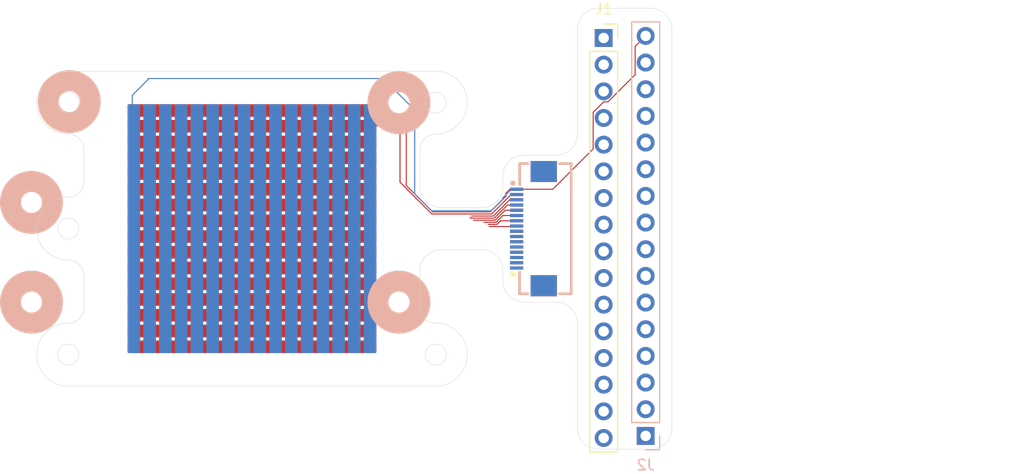
<source format=kicad_pcb>
(kicad_pcb (version 20240108) (generator "pcbnew") (generator_version "8.0")
  (layers (0 "F.Cu" signal "Front") (31 "B.Cu" signal "Back") (34 "B.Paste" user) (35 "F.Paste" user) (36 "B.SilkS" user "B.Silkscreen") (37 "F.SilkS" user "F.Silkscreen") (38 "B.Mask" user "B.Mask - ENIG") (39 "F.Mask" user "F.Mask - ENIG") (44 "Edge.Cuts" user))
  (net 0 "")
  (net 1 "/out4")
  (net 2 "/out6")
  (net 3 "/out14")
  (net 4 "/out9")
  (net 5 "/out12")
  (net 6 "/out10")
  (net 7 "/out5")
  (net 8 "/out7")
  (net 9 "/out15")
  (net 10 "/out11")
  (net 11 "/out2")
  (net 13 "/out1")
  (net 14 "/out0")
  (net 15 "/out8")
  (net 16 "/out13")
  (net 17 "/out3")
  (net 20 "/ain8")
  (net 21 "/ain4")
  (net 22 "/ain11")
  (net 23 "/ain14")
  (net 24 "/ain12")
  (net 25 "/ain6")
  (net 26 "/ain13")
  (net 27 "/ain10")
  (net 28 "/ain9")
  (net 29 "/ain0")
  (net 30 "/ain1")
  (net 31 "/ain2")
  (net 32 "/ain7")
  (net 33 "/ain5")
  (net 35 "/ain15")
  (net 36 "/ain3")
  (footprint "00_lcsc:FPC-SMD_16P-P0.50_FPC-05F-16PH20" (layer "F.Cu") (at 141.25 114.75 90)
    (property "Reference" "FPC2" (hide yes))
    (property "Value" "FPC-05F-16PH20" (hide yes))
    (fp_line (start 6.2 -1.02) (end 4.13 -1.02) (stroke (width 0.25)) (layer "F.SilkS"))
    (fp_line (start -6.2 -1) (end -4.14 -1) (stroke (width 0.25)) (layer "F.SilkS"))
    (fp_line (start 6.2 -0.19) (end 6.2 -1.02) (stroke (width 0.25)) (layer "F.SilkS"))
    (fp_line (start -6.2 -0.19) (end -6.2 -1) (stroke (width 0.25)) (layer "F.SilkS"))
    (fp_line (start 6.200001 3.91) (end 6.2 2.77) (stroke (width 0.25)) (layer "F.SilkS"))
    (fp_line (start -6.200001 3.91) (end -6.2 2.77) (stroke (width 0.25)) (layer "F.SilkS"))
    (fp_line (start -6.200001 3.91) (end 6.200001 3.91) (stroke (width 0.25)) (layer "F.SilkS"))
    (fp_circle (center -4.33 -1.65) (end -4.2 -1.65) (stroke (width 0.25)) (fill none) (layer "F.SilkS"))
    (pad "1" smd rect (at -3.75 -1.29 90) (size 0.3 1.25) (layers "F.Cu" "F.Paste" "F.Mask") (net 29 "/ain0"))
    (pad "2" smd rect (at -3.25 -1.29 90) (size 0.3 1.25) (layers "F.Cu" "F.Paste" "F.Mask") (net 30 "/ain1"))
    (pad "3" smd rect (at -2.75 -1.29 90) (size 0.3 1.25) (layers "F.Cu" "F.Paste" "F.Mask") (net 31 "/ain2"))
    (pad "4" smd rect (at -2.25 -1.29 90) (size 0.3 1.25) (layers "F.Cu" "F.Paste" "F.Mask") (net 36 "/ain3"))
    (pad "5" smd rect (at -1.75 -1.29 90) (size 0.3 1.25) (layers "F.Cu" "F.Paste" "F.Mask") (net 21 "/ain4"))
    (pad "6" smd rect (at -1.25 -1.29 90) (size 0.3 1.25) (layers "F.Cu" "F.Paste" "F.Mask") (net 33 "/ain5"))
    (pad "7" smd rect (at -0.75 -1.29 90) (size 0.3 1.25) (layers "F.Cu" "F.Paste" "F.Mask") (net 25 "/ain6"))
    (pad "8" smd rect (at -0.25 -1.29 90) (size 0.3 1.25) (layers "F.Cu" "F.Paste" "F.Mask") (net 32 "/ain7"))
    (pad "9" smd rect (at 0.25 -1.29 90) (size 0.3 1.25) (layers "F.Cu" "F.Paste" "F.Mask") (net 20 "/ain8"))
    (pad "10" smd rect (at 0.75 -1.29 90) (size 0.3 1.25) (layers "F.Cu" "F.Paste" "F.Mask") (net 28 "/ain9"))
    (pad "11" smd rect (at 1.25 -1.29 90) (size 0.3 1.25) (layers "F.Cu" "F.Paste" "F.Mask") (net 27 "/ain10"))
    (pad "12" smd rect (at 1.75 -1.29 90) (size 0.3 1.25) (layers "F.Cu" "F.Paste" "F.Mask") (net 22 "/ain11"))
    (pad "13" smd rect (at 2.25 -1.29 90) (size 0.3 1.25) (layers "F.Cu" "F.Paste" "F.Mask") (net 24 "/ain12"))
    (pad "14" smd rect (at 2.75 -1.29 90) (size 0.3 1.25) (layers "F.Cu" "F.Paste" "F.Mask") (net 26 "/ain13"))
    (pad "15" smd rect (at 3.25 -1.29 90) (size 0.3 1.25) (layers "F.Cu" "F.Paste" "F.Mask") (net 23 "/ain14"))
    (pad "16" smd rect (at 3.75 -1.29 90) (size 0.3 1.25) (layers "F.Cu" "F.Paste" "F.Mask") (net 35 "/ain15"))
    (pad "17" smd rect (at 5.44 1.29 90) (size 2 2.5) (layers "F.Cu" "F.Paste" "F.Mask"))
    (pad "18" smd rect (at -5.44 1.29 90) (size 2 2.5) (layers "F.Cu" "F.Paste" "F.Mask"))
  )
  (footprint "Connector_PinSocket_2.54mm:PinSocket_1x16_P2.54mm_Vertical" (layer "F.Cu") (at 148.25 96.59)
    (property "Reference" "J1" (at 0 -2.77 0) (layer "F.SilkS"))
    (property "Value" "Conn_01x16_Pin" (hide yes))
    (fp_line (start -1.33 1.27) (end -1.33 39.43) (stroke (width 0.12)) (layer "F.SilkS"))
    (fp_line (start -1.33 1.27) (end 1.33 1.27) (stroke (width 0.12)) (layer "F.SilkS"))
    (fp_line (start -1.33 39.43) (end 1.33 39.43) (stroke (width 0.12)) (layer "F.SilkS"))
    (fp_line (start 0 -1.33) (end 1.33 -1.33) (stroke (width 0.12)) (layer "F.SilkS"))
    (fp_line (start 1.33 -1.33) (end 1.33 0) (stroke (width 0.12)) (layer "F.SilkS"))
    (fp_line (start 1.33 1.27) (end 1.33 39.43) (stroke (width 0.12)) (layer "F.SilkS"))
    (pad "1" thru_hole rect (at 0 0) (size 1.7 1.7) (drill 1) (layers "*.Cu" "*.Mask") (net 14 "/out0"))
    (pad "2" thru_hole oval (at 0 2.54) (size 1.7 1.7) (drill 1) (layers "*.Cu" "*.Mask") (net 13 "/out1"))
    (pad "3" thru_hole oval (at 0 5.08) (size 1.7 1.7) (drill 1) (layers "*.Cu" "*.Mask") (net 11 "/out2"))
    (pad "4" thru_hole oval (at 0 7.62) (size 1.7 1.7) (drill 1) (layers "*.Cu" "*.Mask") (net 17 "/out3"))
    (pad "5" thru_hole oval (at 0 10.16) (size 1.7 1.7) (drill 1) (layers "*.Cu" "*.Mask") (net 1 "/out4"))
    (pad "6" thru_hole oval (at 0 12.7) (size 1.7 1.7) (drill 1) (layers "*.Cu" "*.Mask") (net 7 "/out5"))
    (pad "7" thru_hole oval (at 0 15.24) (size 1.7 1.7) (drill 1) (layers "*.Cu" "*.Mask") (net 2 "/out6"))
    (pad "8" thru_hole oval (at 0 17.78) (size 1.7 1.7) (drill 1) (layers "*.Cu" "*.Mask") (net 8 "/out7"))
    (pad "9" thru_hole oval (at 0 20.32) (size 1.7 1.7) (drill 1) (layers "*.Cu" "*.Mask") (net 15 "/out8"))
    (pad "10" thru_hole oval (at 0 22.86) (size 1.7 1.7) (drill 1) (layers "*.Cu" "*.Mask") (net 4 "/out9"))
    (pad "11" thru_hole oval (at 0 25.4) (size 1.7 1.7) (drill 1) (layers "*.Cu" "*.Mask") (net 6 "/out10"))
    (pad "12" thru_hole oval (at 0 27.94) (size 1.7 1.7) (drill 1) (layers "*.Cu" "*.Mask") (net 10 "/out11"))
    (pad "13" thru_hole oval (at 0 30.48) (size 1.7 1.7) (drill 1) (layers "*.Cu" "*.Mask") (net 5 "/out12"))
    (pad "14" thru_hole oval (at 0 33.02) (size 1.7 1.7) (drill 1) (layers "*.Cu" "*.Mask") (net 16 "/out13"))
    (pad "15" thru_hole oval (at 0 35.56) (size 1.7 1.7) (drill 1) (layers "*.Cu" "*.Mask") (net 3 "/out14"))
    (pad "16" thru_hole oval (at 0 38.1) (size 1.7 1.7) (drill 1) (layers "*.Cu" "*.Mask") (net 9 "/out15"))
  )
  (footprint "Connector_PinSocket_2.54mm:PinSocket_1x16_P2.54mm_Vertical" (layer "B.Cu") (at 152.25 134.49)
    (property "Reference" "J2" (at 0 2.77 180) (layer "B.SilkS") (effects (justify mirror)))
    (property "Value" "Conn_01x16_Pin")
    (fp_line (start -1.33 -39.43) (end -1.33 -1.27) (stroke (width 0.12)) (layer "B.SilkS"))
    (fp_line (start 1.33 -39.43) (end -1.33 -39.43) (stroke (width 0.12)) (layer "B.SilkS"))
    (fp_line (start 1.33 -39.43) (end 1.33 -1.27) (stroke (width 0.12)) (layer "B.SilkS"))
    (fp_line (start 1.33 -1.27) (end -1.33 -1.27) (stroke (width 0.12)) (layer "B.SilkS"))
    (fp_line (start 1.33 0) (end 1.33 1.33) (stroke (width 0.12)) (layer "B.SilkS"))
    (fp_line (start 1.33 1.33) (end 0 1.33) (stroke (width 0.12)) (layer "B.SilkS"))
    (pad "1" thru_hole rect (at 0 0) (size 1.7 1.7) (drill 1) (layers "*.Cu" "*.Mask") (net 29 "/ain0"))
    (pad "2" thru_hole oval (at 0 -2.54) (size 1.7 1.7) (drill 1) (layers "*.Cu" "*.Mask") (net 30 "/ain1"))
    (pad "3" thru_hole oval (at 0 -5.08) (size 1.7 1.7) (drill 1) (layers "*.Cu" "*.Mask") (net 31 "/ain2"))
    (pad "4" thru_hole oval (at 0 -7.62) (size 1.7 1.7) (drill 1) (layers "*.Cu" "*.Mask") (net 36 "/ain3"))
    (pad "5" thru_hole oval (at 0 -10.16) (size 1.7 1.7) (drill 1) (layers "*.Cu" "*.Mask") (net 21 "/ain4"))
    (pad "6" thru_hole oval (at 0 -12.7) (size 1.7 1.7) (drill 1) (layers "*.Cu" "*.Mask") (net 33 "/ain5"))
    (pad "7" thru_hole oval (at 0 -15.24) (size 1.7 1.7) (drill 1) (layers "*.Cu" "*.Mask") (net 25 "/ain6"))
    (pad "8" thru_hole oval (at 0 -17.78) (size 1.7 1.7) (drill 1) (layers "*.Cu" "*.Mask") (net 32 "/ain7"))
    (pad "9" thru_hole oval (at 0 -20.32) (size 1.7 1.7) (drill 1) (layers "*.Cu" "*.Mask") (net 20 "/ain8"))
    (pad "10" thru_hole oval (at 0 -22.86) (size 1.7 1.7) (drill 1) (layers "*.Cu" "*.Mask") (net 28 "/ain9"))
    (pad "11" thru_hole oval (at 0 -25.4) (size 1.7 1.7) (drill 1) (layers "*.Cu" "*.Mask") (net 27 "/ain10"))
    (pad "12" thru_hole oval (at 0 -27.94) (size 1.7 1.7) (drill 1) (layers "*.Cu" "*.Mask") (net 22 "/ain11"))
    (pad "13" thru_hole oval (at 0 -30.48) (size 1.7 1.7) (drill 1) (layers "*.Cu" "*.Mask") (net 24 "/ain12"))
    (pad "14" thru_hole oval (at 0 -33.02) (size 1.7 1.7) (drill 1) (layers "*.Cu" "*.Mask") (net 26 "/ain13"))
    (pad "15" thru_hole oval (at 0 -35.56) (size 1.7 1.7) (drill 1) (layers "*.Cu" "*.Mask") (net 23 "/ain14"))
    (pad "16" thru_hole oval (at 0 -38.1) (size 1.7 1.7) (drill 1) (layers "*.Cu" "*.Mask") (net 35 "/ain15"))
  )
  (footprint "00_lcsc:FPC-SMD_16P-P0.50_FPC-05F-16PH20" (layer "B.Cu") (at 141.25 114.75 -90)
    (property "Reference" "FPC1" (hide yes))
    (property "Value" "FPC-05F-16PH20" (hide yes))
    (fp_line (start 4.13 1.02) (end 6.2 1.02) (stroke (width 0.25)) (layer "B.SilkS"))
    (fp_line (start 6.2 1.02) (end 6.2 0.19) (stroke (width 0.25)) (layer "B.SilkS"))
    (fp_line (start -6.2 1) (end -6.2 0.19) (stroke (width 0.25)) (layer "B.SilkS"))
    (fp_line (start -4.14 1) (end -6.2 1) (stroke (width 0.25)) (layer "B.SilkS"))
    (fp_line (start -6.2 -2.77) (end -6.200001 -3.91) (stroke (width 0.25)) (layer "B.SilkS"))
    (fp_line (start 6.2 -2.77) (end 6.200001 -3.91) (stroke (width 0.25)) (layer "B.SilkS"))
    (fp_line (start 6.200001 -3.91) (end -6.200001 -3.91) (stroke (width 0.25)) (layer "B.SilkS"))
    (fp_circle (center -4.33 1.65) (end -4.2 1.65) (stroke (width 0.25)) (fill none) (layer "B.SilkS"))
    (pad "1" smd rect (at -3.75 1.29 270) (size 0.3 1.25) (layers "B.Cu" "B.Paste" "B.Mask") (net 14 "/out0"))
    (pad "2" smd rect (at -3.25 1.29 270) (size 0.3 1.25) (layers "B.Cu" "B.Paste" "B.Mask") (net 13 "/out1"))
    (pad "3" smd rect (at -2.75 1.29 270) (size 0.3 1.25) (layers "B.Cu" "B.Paste" "B.Mask") (net 11 "/out2"))
    (pad "4" smd rect (at -2.25 1.29 270) (size 0.3 1.25) (layers "B.Cu" "B.Paste" "B.Mask") (net 17 "/out3"))
    (pad "5" smd rect (at -1.75 1.29 270) (size 0.3 1.25) (layers "B.Cu" "B.Paste" "B.Mask") (net 1 "/out4"))
    (pad "6" smd rect (at -1.25 1.29 270) (size 0.3 1.25) (layers "B.Cu" "B.Paste" "B.Mask") (net 7 "/out5"))
    (pad "7" smd rect (at -0.75 1.29 270) (size 0.3 1.25) (layers "B.Cu" "B.Paste" "B.Mask") (net 2 "/out6"))
    (pad "8" smd rect (at -0.25 1.29 270) (size 0.3 1.25) (layers "B.Cu" "B.Paste" "B.Mask") (net 8 "/out7"))
    (pad "9" smd rect (at 0.25 1.29 270) (size 0.3 1.25) (layers "B.Cu" "B.Paste" "B.Mask") (net 15 "/out8"))
    (pad "10" smd rect (at 0.75 1.29 270) (size 0.3 1.25) (layers "B.Cu" "B.Paste" "B.Mask") (net 4 "/out9"))
    (pad "11" smd rect (at 1.25 1.29 270) (size 0.3 1.25) (layers "B.Cu" "B.Paste" "B.Mask") (net 6 "/out10"))
    (pad "12" smd rect (at 1.75 1.29 270) (size 0.3 1.25) (layers "B.Cu" "B.Paste" "B.Mask") (net 10 "/out11"))
    (pad "13" smd rect (at 2.25 1.29 270) (size 0.3 1.25) (layers "B.Cu" "B.Paste" "B.Mask") (net 5 "/out12"))
    (pad "14" smd rect (at 2.75 1.29 270) (size 0.3 1.25) (layers "B.Cu" "B.Paste" "B.Mask") (net 16 "/out13"))
    (pad "15" smd rect (at 3.25 1.29 270) (size 0.3 1.25) (layers "B.Cu" "B.Paste" "B.Mask") (net 3 "/out14"))
    (pad "16" smd rect (at 3.75 1.29 270) (size 0.3 1.25) (layers "B.Cu" "B.Paste" "B.Mask") (net 9 "/out15"))
    (pad "17" smd rect (at 5.44 -1.29 270) (size 2 2.5) (layers "B.Cu" "B.Paste" "B.Mask"))
    (pad "18" smd rect (at -5.44 -1.29 270) (size 2 2.5) (layers "B.Cu" "B.Paste" "B.Mask"))
  )
  (gr_circle (center 93.75 112.25) (end 95.749999 112.25) (stroke (width 2)) (fill none) (layer "B.SilkS"))
  (gr_circle (center 128.75 102.750005) (end 126.75 102.750004) (stroke (width 2)) (fill none) (layer "B.SilkS"))
  (gr_circle (center 97.35 102.65) (end 99.350001 102.649999) (stroke (width 2)) (fill none) (layer "B.SilkS"))
  (gr_circle (center 93.75 121.75) (end 95.75 121.75) (stroke (width 2)) (fill none) (layer "B.SilkS"))
  (gr_circle (center 128.75 121.750003) (end 126.749999 121.750003) (stroke (width 2)) (fill none) (layer "B.SilkS"))
  (gr_arc (start 98.75 122.25) (mid 98.31066 123.31066) (end 97.25 123.75) (stroke (width 0.0381)) (layer "Edge.Cuts"))
  (gr_arc (start 152.75 93.75) (mid 154.164214 94.335786) (end 154.75 95.75) (stroke (width 0.0381)) (layer "Edge.Cuts"))
  (gr_line (start 130.75 122.250001) (end 130.75 118.750002) (stroke (width 0.0381)) (layer "Edge.Cuts"))
  (gr_arc (start 98.75 110.249999) (mid 98.310661 111.31066) (end 97.25 111.75) (stroke (width 0.0381)) (layer "Edge.Cuts"))
  (gr_line (start 138.65 118.750004) (end 138.65 119.750004) (stroke (width 0.0381)) (layer "Edge.Cuts"))
  (gr_circle (center 132.25 126.75) (end 131.249999 126.75) (stroke (width 0.0381)) (fill none) (layer "Edge.Cuts"))
  (gr_arc (start 132.25 99.75) (mid 135.249996 102.749996) (end 132.25 105.750002) (stroke (width 0.0381)) (layer "Edge.Cuts"))
  (gr_arc (start 97.25 117.750001) (mid 94.249999 114.75) (end 97.25 111.75) (stroke (width 0.0381)) (layer "Edge.Cuts"))
  (gr_arc (start 130.75 118.750002) (mid 131.335786 117.335787) (end 132.75 116.750002) (stroke (width 0.0381)) (layer "Edge.Cuts"))
  (gr_arc (start 147.75 135.750004) (mid 146.335786 135.164218) (end 145.75 133.750004) (stroke (width 0.0381)) (layer "Edge.Cuts"))
  (gr_arc (start 140.65 121.750004) (mid 139.235786 121.164218) (end 138.65 119.750004) (stroke (width 0.0381)) (layer "Edge.Cuts"))
  (gr_arc (start 138.65 109.75) (mid 139.235786 108.335786) (end 140.65 107.75) (stroke (width 0.0381)) (layer "Edge.Cuts"))
  (gr_arc (start 132.75 112.750002) (mid 131.335786 112.164216) (end 130.75 110.750002) (stroke (width 0.0381)) (layer "Edge.Cuts"))
  (gr_line (start 130.75 110.750002) (end 130.75 107.25) (stroke (width 0.0381)) (layer "Edge.Cuts"))
  (gr_arc (start 132.249999 123.750002) (mid 135.249995 126.749996) (end 132.25 129.75) (stroke (width 0.0381)) (layer "Edge.Cuts"))
  (gr_arc (start 143.75 121.750004) (mid 145.164213 122.335791) (end 145.75 123.750004) (stroke (width 0.0381)) (layer "Edge.Cuts"))
  (gr_line (start 97.250001 99.750002) (end 132.25 99.750005) (stroke (width 0.0381)) (layer "Edge.Cuts"))
  (gr_arc (start 97.25 129.75) (mid 94.25 126.75) (end 97.25 123.75) (stroke (width 0.0381)) (layer "Edge.Cuts"))
  (gr_arc (start 97.250001 105.750001) (mid 94.25 102.750001) (end 97.250001 99.750002) (stroke (width 0.0381)) (layer "Edge.Cuts"))
  (gr_circle (center 97.25 102.750003) (end 98.250001 102.750002) (stroke (width 0.0381)) (fill none) (layer "Edge.Cuts"))
  (gr_arc (start 97.250001 105.750001) (mid 98.310661 106.189341) (end 98.75 107.250001) (stroke (width 0.0381)) (layer "Edge.Cuts"))
  (gr_circle (center 132.25 102.750001) (end 131.25 102.75) (stroke (width 0.0381)) (fill none) (layer "Edge.Cuts"))
  (gr_arc (start 145.75 105.75) (mid 145.164214 107.164214) (end 143.75 107.75) (stroke (width 0.0381)) (layer "Edge.Cuts"))
  (gr_circle (center 97.25 126.75) (end 98.25 126.75) (stroke (width 0.0381)) (fill none) (layer "Edge.Cuts"))
  (gr_line (start 154.75 95.75) (end 154.75 133.750004) (stroke (width 0.0381)) (layer "Edge.Cuts"))
  (gr_line (start 147.75 93.75) (end 152.75 93.75) (stroke (width 0.0381)) (layer "Edge.Cuts"))
  (gr_line (start 140.65 107.75) (end 143.75 107.75) (stroke (width 0.0381)) (layer "Edge.Cuts"))
  (gr_line (start 98.75 110.249999) (end 98.75 107.250001) (stroke (width 0.0381)) (layer "Edge.Cuts"))
  (gr_arc (start 130.75 107.25) (mid 131.189338 106.189337) (end 132.25 105.750002) (stroke (width 0.0381)) (layer "Edge.Cuts"))
  (gr_arc (start 136.65 116.750004) (mid 138.064213 117.335791) (end 138.65 118.750004) (stroke (width 0.0381)) (layer "Edge.Cuts"))
  (gr_line (start 98.75 122.25) (end 98.75 119.249999) (stroke (width 0.0381)) (layer "Edge.Cuts"))
  (gr_arc (start 145.75 95.75) (mid 146.335786 94.335786) (end 147.75 93.75) (stroke (width 0.0381)) (layer "Edge.Cuts"))
  (gr_line (start 145.75 123.750004) (end 145.75 133.750004) (stroke (width 0.0381)) (layer "Edge.Cuts"))
  (gr_line (start 132.75 116.750002) (end 136.65 116.750004) (stroke (width 0.0381)) (layer "Edge.Cuts"))
  (gr_arc (start 138.65 110.75) (mid 138.064214 112.164214) (end 136.65 112.75) (stroke (width 0.0381)) (layer "Edge.Cuts"))
  (gr_line (start 132.25 129.750003) (end 97.25 129.75) (stroke (width 0.0381)) (layer "Edge.Cuts"))
  (gr_line (start 140.65 121.750004) (end 143.75 121.750004) (stroke (width 0.0381)) (layer "Edge.Cuts"))
  (gr_line (start 145.75 105.75) (end 145.75 95.75) (stroke (width 0.0381)) (layer "Edge.Cuts"))
  (gr_circle (center 97.25 114.75) (end 98.250001 114.75) (stroke (width 0.0381)) (fill none) (layer "Edge.Cuts"))
  (gr_arc (start 154.75 133.750004) (mid 154.164213 135.164216) (end 152.75 135.750004) (stroke (width 0.0381)) (layer "Edge.Cuts"))
  (gr_line (start 132.75 112.750002) (end 136.65 112.75) (stroke (width 0.0381)) (layer "Edge.Cuts"))
  (gr_line (start 138.65 110.75) (end 138.65 109.75) (stroke (width 0.0381)) (layer "Edge.Cuts"))
  (gr_arc (start 132.249999 123.750002) (mid 131.189337 123.310662) (end 130.75 122.250001) (stroke (width 0.0381)) (layer "Edge.Cuts"))
  (gr_arc (start 97.25 117.750001) (mid 98.310659 118.18934) (end 98.75 119.249999) (stroke (width 0.0381)) (layer "Edge.Cuts"))
  (gr_line (start 147.75 135.750004) (end 152.75 135.750004) (stroke (width 0.0381)) (layer "Edge.Cuts"))
  (segment (start 130.25 103.45) (end 127.25 100.45) (width 0.1) (layer "B.Cu") (net 14))
  (segment (start 104.85 100.55) (end 103.35 102.05) (width 0.1) (layer "B.Cu") (net 14))
  (segment (start 131.85 113.05) (end 130.25 111.45) (width 0.1) (layer "B.Cu") (net 14))
  (segment (start 137.543586 113.05) (end 131.85 113.05) (width 0.1) (layer "B.Cu") (net 14))
  (segment (start 138.63198 111.832242) (end 138.63198 111.961606) (width 0.1) (layer "B.Cu") (net 14))
  (segment (start 104.85 100.45) (end 104.85 100.55) (width 0.1) (layer "B.Cu") (net 14))
  (segment (start 139.96 111) (end 139.464222 111) (width 0.1) (layer "B.Cu") (net 14))
  (segment (start 127.25 100.45) (end 104.85 100.45) (width 0.1) (layer "B.Cu") (net 14))
  (segment (start 139.464222 111) (end 138.63198 111.832242) (width 0.1) (layer "B.Cu") (net 14))
  (segment (start 103.35 102.05) (end 103.35 103.95) (width 0.1) (layer "B.Cu") (net 14))
  (segment (start 138.63198 111.961606) (end 137.543586 113.05) (width 0.1) (layer "B.Cu") (net 14))
  (segment (start 130.25 111.45) (end 130.25 103.45) (width 0.1) (layer "B.Cu") (net 14))
  (segment (start 139.96 114.5) (end 139.91 114.55) (width 0.1) (layer "F.Cu") (net 20))
  (segment (start 139.91 114.55) (end 137.35 114.55) (width 0.1) (layer "F.Cu") (net 20))
  (segment (start 137.915686 113.95) (end 135.85 113.95) (width 0.1) (layer "F.Cu") (net 22))
  (segment (start 139.96 113) (end 138.865686 113) (width 0.1) (layer "F.Cu") (net 22))
  (segment (start 138.865686 113) (end 137.915686 113.95) (width 0.1) (layer "F.Cu") (net 22))
  (segment (start 128.45 104.95) (end 126.05 104.95) (width 0.1) (layer "F.Cu") (net 23))
  (segment (start 128.85 105.35) (end 128.45 104.95) (width 0.1) (layer "F.Cu") (net 23))
  (segment (start 137.5925 113.35) (end 131.873568 113.35) (width 0.1) (layer "F.Cu") (net 23))
  (segment (start 139.4425 111.5) (end 137.5925 113.35) (width 0.1) (layer "F.Cu") (net 23))
  (segment (start 139.96 111.5) (end 139.4 111.5) (width 0.1) (layer "F.Cu") (net 23))
  (segment (start 139.96 111.5) (end 139.4425 111.5) (width 0.1) (layer "F.Cu") (net 23))
  (segment (start 131.873568 113.35) (end 128.85 110.326432) (width 0.1) (layer "F.Cu") (net 23))
  (segment (start 128.85 110.326432) (end 128.85 105.35) (width 0.1) (layer "F.Cu") (net 23))
  (segment (start 139.082843 112.5) (end 137.832843 113.75) (width 0.1) (layer "F.Cu") (net 24))
  (segment (start 135.567157 113.75) (end 135.508578 113.691421) (width 0.1) (layer "F.Cu") (net 24))
  (segment (start 137.832843 113.75) (end 135.567157 113.75) (width 0.1) (layer "F.Cu") (net 24))
  (segment (start 139.96 112.5) (end 139.082843 112.5) (width 0.1) (layer "F.Cu") (net 24))
  (segment (start 137.75 113.55) (end 135.65 113.55) (width 0.1) (layer "F.Cu") (net 26))
  (segment (start 138.65 112.65) (end 137.75 113.55) (width 0.1) (layer "F.Cu") (net 26))
  (segment (start 139.96 112) (end 139.3 112) (width 0.1) (layer "F.Cu") (net 26))
  (segment (start 139.3 112) (end 138.65 112.65) (width 0.1) (layer "F.Cu") (net 26))
  (segment (start 138.648528 113.5) (end 138.115686 114.032843) (width 0.1) (layer "F.Cu") (net 27))
  (segment (start 137.998529 114.15) (end 136.85 114.15) (width 0.1) (layer "F.Cu") (net 27))
  (segment (start 138.115686 114.032843) (end 137.998529 114.15) (width 0.1) (layer "F.Cu") (net 27))
  (segment (start 139.96 113.5) (end 138.648528 113.5) (width 0.1) (layer "F.Cu") (net 27))
  (segment (start 138.081372 114.35) (end 137.25 114.35) (width 0.1) (layer "F.Cu") (net 28))
  (segment (start 138.431372 114) (end 138.081372 114.35) (width 0.1) (layer "F.Cu") (net 28))
  (segment (start 139.96 114) (end 138.431372 114) (width 0.1) (layer "F.Cu") (net 28))
  (segment (start 137.45 113.15) (end 131.956411 113.15) (width 0.1) (layer "F.Cu") (net 35))
  (segment (start 147.25 107.15) (end 147.25 103.67) (width 0.1) (layer "F.Cu") (net 35))
  (segment (start 127.75 103.45) (end 126.35 103.45) (width 0.1) (layer "F.Cu") (net 35))
  (segment (start 138.95 111.36311) (end 138.95 111.65) (width 0.1) (layer "F.Cu") (net 35))
  (segment (start 129.45 105.15) (end 127.75 103.45) (width 0.1) (layer "F.Cu") (net 35))
  (segment (start 148.664214 102.67) (end 151.25 100.084214) (width 0.1) (layer "F.Cu") (net 35))
  (segment (start 151.25 100.084214) (end 151.25 97.39) (width 0.1) (layer "F.Cu") (net 35))
  (segment (start 139.96 111) (end 143.4 111) (width 0.1) (layer "F.Cu") (net 35))
  (segment (start 131.956411 113.15) (end 129.45 110.643589) (width 0.1) (layer "F.Cu") (net 35))
  (segment (start 151.25 97.39) (end 152.25 96.39) (width 0.1) (layer "F.Cu") (net 35))
  (segment (start 147.25 103.67) (end 148.25 102.67) (width 0.1) (layer "F.Cu") (net 35))
  (segment (start 138.95 111.65) (end 137.45 113.15) (width 0.1) (layer "F.Cu") (net 35))
  (segment (start 129.45 110.643589) (end 129.45 105.15) (width 0.1) (layer "F.Cu") (net 35))
  (segment (start 139.96 111) (end 139.31311 111) (width 0.1) (layer "F.Cu") (net 35))
  (segment (start 143.4 111) (end 147.25 107.15) (width 0.1) (layer "F.Cu") (net 35))
  (segment (start 148.25 102.67) (end 148.664214 102.67) (width 0.1) (layer "F.Cu") (net 35))
  (segment (start 139.31311 111) (end 138.95 111.36311) (width 0.1) (layer "F.Cu") (net 35))
  (zone (net 0) (net_name "") (layer "F.Cu") (connect_pads (clearance 0.2)) (min_thickness 0.25) (fill yes (thermal_gap 0.5) (thermal_bridge_width 0.5))
    (polygon (pts (xy 102.9 116.1) (xy 102.9 114.9) (xy 126.600001 114.9) (xy 126.600001 116.1)))
  )
  (zone (net 0) (net_name "") (layer "F.Cu") (connect_pads (clearance 0.2)) (min_thickness 0.25) (fill yes (thermal_gap 0.5) (thermal_bridge_width 0.5))
    (polygon (pts (xy 102.9 125.099999) (xy 102.900001 123.899999) (xy 126.600001 123.9) (xy 126.600001 125.1)))
  )
  (zone (net 23) (net_name "/ain14") (layer "F.Cu") (connect_pads (clearance 0.2)) (min_thickness 0.25) (fill yes (thermal_gap 0.5) (thermal_bridge_width 0.5))
    (polygon (pts (xy 102.9 105.6) (xy 102.900001 104.4) (xy 126.600002 104.4) (xy 126.600001 105.600001)))
  )
  (zone (net 0) (net_name "") (layer "F.Cu") (connect_pads (clearance 0.2)) (min_thickness 0.25) (fill yes (thermal_gap 0.5) (thermal_bridge_width 0.5))
    (polygon (pts (xy 102.9 114.6) (xy 102.900001 113.4) (xy 126.600002 113.4) (xy 126.600001 114.6)))
  )
  (zone (net 0) (net_name "") (layer "F.Cu") (connect_pads (clearance 0.2)) (min_thickness 0.25) (fill yes (thermal_gap 0.5) (thermal_bridge_width 0.5))
    (polygon (pts (xy 102.9 123.6) (xy 102.900001 122.399999) (xy 126.600001 122.400001) (xy 126.600001 123.6)))
  )
  (zone (net 35) (net_name "/ain15") (layer "F.Cu") (connect_pads (clearance 0.2)) (min_thickness 0.25) (fill yes (thermal_gap 0.5) (thermal_bridge_width 0.5))
    (polygon (pts (xy 102.900001 104.1) (xy 102.900001 102.9) (xy 126.600001 102.9) (xy 126.600001 104.099999)))
  )
  (zone (net 26) (net_name "/ain13") (layer "F.Cu") (connect_pads (clearance 0.2)) (min_thickness 0.25) (fill yes (thermal_gap 0.5) (thermal_bridge_width 0.5))
    (polygon (pts (xy 102.900001 107.099999) (xy 102.9 105.9) (xy 126.600001 105.9) (xy 126.600001 107.1)))
  )
  (zone (net 0) (net_name "") (layer "F.Cu") (connect_pads (clearance 0.2)) (min_thickness 0.25) (fill yes (thermal_gap 0.5) (thermal_bridge_width 0.5))
    (polygon (pts (xy 102.900001 119.1) (xy 102.900001 117.9) (xy 126.600001 117.9) (xy 126.600001 119.1)))
  )
  (zone (net 0) (net_name "") (layer "F.Cu") (connect_pads (clearance 0.2)) (min_thickness 0.25) (fill yes (thermal_gap 0.5) (thermal_bridge_width 0.5))
    (polygon (pts (xy 102.900001 113.1) (xy 102.900001 111.9) (xy 126.600001 111.9) (xy 126.600002 113.1)))
  )
  (zone (net 0) (net_name "") (layer "F.Cu") (connect_pads (clearance 0.2)) (min_thickness 0.25) (fill yes (thermal_gap 0.5) (thermal_bridge_width 0.5))
    (polygon (pts (xy 102.900001 117.6) (xy 102.9 116.399999) (xy 126.600001 116.4) (xy 126.600001 117.6)))
  )
  (zone (net 0) (net_name "") (layer "F.Cu") (connect_pads (clearance 0.2)) (min_thickness 0.25) (fill yes (thermal_gap 0.5) (thermal_bridge_width 0.5))
    (polygon (pts (xy 102.900001 111.6) (xy 102.900001 110.4) (xy 126.600001 110.4) (xy 126.600001 111.6)))
  )
  (zone (net 0) (net_name "") (layer "F.Cu") (connect_pads (clearance 0.2)) (min_thickness 0.25) (fill yes (thermal_gap 0.5) (thermal_bridge_width 0.5))
    (polygon (pts (xy 102.900001 120.6) (xy 102.900001 119.4) (xy 126.600001 119.4) (xy 126.600001 120.6)))
  )
  (zone (net 22) (net_name "/ain11") (layer "F.Cu") (connect_pads (clearance 0.2)) (min_thickness 0.25) (fill yes (thermal_gap 0.5) (thermal_bridge_width 0.5))
    (polygon (pts (xy 102.900001 110.1) (xy 102.900001 108.9) (xy 126.600001 108.9) (xy 126.600001 110.1)))
  )
  (zone (net 24) (net_name "/ain12") (layer "F.Cu") (connect_pads (clearance 0.2)) (min_thickness 0.25) (fill yes (thermal_gap 0.5) (thermal_bridge_width 0.5))
    (polygon (pts (xy 102.9 108.600001) (xy 102.9 107.4) (xy 126.600001 107.4) (xy 126.600001 108.6)))
  )
  (zone (net 0) (net_name "") (layer "F.Cu") (connect_pads (clearance 0.2)) (min_thickness 0.25) (fill yes (thermal_gap 0.5) (thermal_bridge_width 0.5))
    (polygon (pts (xy 102.900001 126.6) (xy 102.900001 125.4) (xy 126.600001 125.4) (xy 126.600001 126.6)))
  )
  (zone (net 0) (net_name "") (layer "F.Cu") (connect_pads (clearance 0.2)) (min_thickness 0.25) (fill yes (thermal_gap 0.5) (thermal_bridge_width 0.5))
    (polygon (pts (xy 102.900001 122.1) (xy 102.900001 120.9) (xy 126.600001 120.899999) (xy 126.600002 122.1)))
  )
  (zone (net 0) (net_name "") (layer "B.Cu") (connect_pads (clearance 0.2)) (min_thickness 0.25) (fill yes (thermal_gap 0.5) (thermal_bridge_width 0.5))
    (polygon (pts (xy 113.400001 126.600001) (xy 114.600001 126.599999) (xy 114.600001 102.900001) (xy 113.400001 102.9)))
  )
  (zone (net 0) (net_name "") (layer "B.Cu") (connect_pads (clearance 0.2)) (min_thickness 0.25) (fill yes (thermal_gap 0.5) (thermal_bridge_width 0.5))
    (polygon (pts (xy 125.400001 126.6) (xy 126.600001 126.6) (xy 126.600001 102.9) (xy 125.400001 102.9)))
  )
  (zone (net 0) (net_name "") (layer "B.Cu") (connect_pads (clearance 0.2)) (min_thickness 0.25) (fill yes (thermal_gap 0.5) (thermal_bridge_width 0.5))
    (polygon (pts (xy 120.9 126.599999) (xy 122.100001 126.600001) (xy 122.100001 102.9) (xy 120.900001 102.9)))
  )
  (zone (net 0) (net_name "") (layer "B.Cu") (connect_pads (clearance 0.2)) (min_thickness 0.25) (fill yes (thermal_gap 0.5) (thermal_bridge_width 0.5))
    (polygon (pts (xy 110.400001 126.6) (xy 111.600001 126.6) (xy 111.600001 102.9) (xy 110.400001 102.9)))
  )
  (zone (net 0) (net_name "") (layer "B.Cu") (connect_pads (clearance 0.2)) (min_thickness 0.25) (fill yes (thermal_gap 0.5) (thermal_bridge_width 0.5))
    (polygon (pts (xy 108.900001 126.6) (xy 110.100001 126.6) (xy 110.100001 102.9) (xy 108.900001 102.9)))
  )
  (zone (net 0) (net_name "") (layer "B.Cu") (connect_pads (clearance 0.2)) (min_thickness 0.25) (fill yes (thermal_gap 0.5) (thermal_bridge_width 0.5))
    (polygon (pts (xy 119.400001 126.6) (xy 120.600001 126.6) (xy 120.600001 102.9) (xy 119.400001 102.9)))
  )
  (zone (net 0) (net_name "") (layer "B.Cu") (connect_pads (clearance 0.2)) (min_thickness 0.25) (fill yes (thermal_gap 0.5) (thermal_bridge_width 0.5))
    (polygon (pts (xy 122.400002 126.6) (xy 123.600001 126.599999) (xy 123.600001 102.900001) (xy 122.400001 102.900001)))
  )
  (zone (net 0) (net_name "") (layer "B.Cu") (connect_pads (clearance 0.2)) (min_thickness 0.25) (fill yes (thermal_gap 0.5) (thermal_bridge_width 0.5))
    (polygon (pts (xy 114.900001 126.599999) (xy 116.100001 126.6) (xy 116.100001 102.9) (xy 114.900001 102.900001)))
  )
  (zone (net 9) (net_name "/out15") (layer "B.Cu") (connect_pads (clearance 0.2)) (min_thickness 0.25) (fill yes (thermal_gap 0.5) (thermal_bridge_width 0.5))
    (polygon (pts (xy 104.400001 126.600001) (xy 105.600002 126.6) (xy 105.600001 102.900001) (xy 104.400001 102.9)))
  )
  (zone (net 14) (net_name "/out0") (layer "B.Cu") (connect_pads (clearance 0.2)) (min_thickness 0.25) (fill yes (thermal_gap 0.5) (thermal_bridge_width 0.5))
    (polygon (pts (xy 102.900001 126.6) (xy 104.1 126.599999) (xy 104.100001 102.9) (xy 102.900001 102.9)))
  )
  (zone (net 0) (net_name "") (layer "B.Cu") (connect_pads (clearance 0.2)) (min_thickness 0.25) (fill yes (thermal_gap 0.5) (thermal_bridge_width 0.5))
    (polygon (pts (xy 111.900001 126.6) (xy 113.100001 126.600001) (xy 113.100001 102.9) (xy 111.900001 102.9)))
  )
  (zone (net 0) (net_name "") (layer "B.Cu") (connect_pads (clearance 0.2)) (min_thickness 0.25) (fill yes (thermal_gap 0.5) (thermal_bridge_width 0.5))
    (polygon (pts (xy 105.900001 126.599999) (xy 107.100001 126.599999) (xy 107.100001 102.900001) (xy 105.900001 102.900001)))
  )
  (zone (net 0) (net_name "") (layer "B.Cu") (connect_pads (clearance 0.2)) (min_thickness 0.25) (fill yes (thermal_gap 0.5) (thermal_bridge_width 0.5))
    (polygon (pts (xy 123.900001 126.599999) (xy 125.100001 126.6) (xy 125.100001 102.9) (xy 123.900001 102.900001)))
  )
  (zone (net 0) (net_name "") (layer "B.Cu") (connect_pads (clearance 0.2)) (min_thickness 0.25) (fill yes (thermal_gap 0.5) (thermal_bridge_width 0.5))
    (polygon (pts (xy 117.900001 126.6) (xy 119.100001 126.6) (xy 119.100001 102.9) (xy 117.900001 102.9)))
  )
  (zone (net 0) (net_name "") (layer "B.Cu") (connect_pads (clearance 0.2)) (min_thickness 0.25) (fill yes (thermal_gap 0.5) (thermal_bridge_width 0.5))
    (polygon (pts (xy 107.400001 126.6) (xy 108.600001 126.6) (xy 108.600001 102.9) (xy 107.400001 102.9)))
  )
  (zone (net 0) (net_name "") (layer "B.Cu") (connect_pads (clearance 0.2)) (min_thickness 0.25) (fill yes (thermal_gap 0.5) (thermal_bridge_width 0.5))
    (polygon (pts (xy 116.400001 126.6) (xy 117.600001 126.6) (xy 117.600001 102.9) (xy 116.400001 102.9)))
  )
)
</source>
